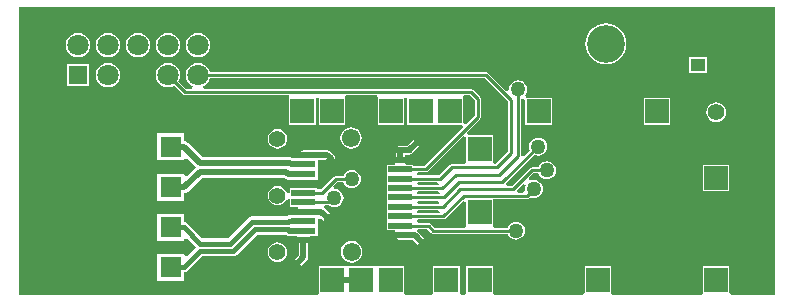
<source format=gtl>
G04 Layer_Physical_Order=1*
G04 Layer_Color=255*
%FSLAX24Y24*%
%MOIN*%
G70*
G01*
G75*
%ADD10R,0.0700X0.0700*%
%ADD11R,0.0800X0.1200*%
%ADD12R,0.0787X0.0197*%
%ADD13R,0.0512X0.0433*%
%ADD14C,0.0100*%
%ADD15C,0.0200*%
%ADD16C,0.0190*%
%ADD17C,0.0150*%
%ADD18C,0.0600*%
%ADD19O,0.0600X0.0800*%
%ADD20C,0.0551*%
%ADD21R,0.0787X0.0787*%
%ADD22C,0.0610*%
%ADD23C,0.0709*%
%ADD24R,0.0639X0.0639*%
%ADD25C,0.1260*%
%ADD26C,0.0300*%
%ADD27C,0.0500*%
G36*
X25319Y131D02*
X23885D01*
X23814Y196D01*
X23814Y230D01*
Y1084D01*
X22926D01*
Y230D01*
X22926Y196D01*
X22855Y131D01*
X19945D01*
X19874Y196D01*
X19874Y230D01*
Y1084D01*
X18986D01*
Y230D01*
X18986Y196D01*
X18915Y131D01*
X16005D01*
X15934Y196D01*
X15934Y230D01*
Y1084D01*
X15046D01*
Y230D01*
X15046Y196D01*
X14975Y131D01*
X14895D01*
X14824Y196D01*
X14824Y230D01*
Y1084D01*
X13936D01*
Y230D01*
X13936Y196D01*
X13865Y131D01*
X13045D01*
X12974Y196D01*
X12974Y230D01*
Y1084D01*
X12092D01*
X12086Y1084D01*
X11994D01*
X11988Y1084D01*
X11106D01*
Y1084D01*
X11014D01*
Y1084D01*
X10126D01*
Y230D01*
X10126Y196D01*
X10055Y131D01*
X131D01*
Y9719D01*
X25319D01*
Y131D01*
D02*
G37*
%LPC*%
G36*
X8750Y5658D02*
X8665Y5647D01*
X8586Y5614D01*
X8518Y5562D01*
X8466Y5494D01*
X8433Y5415D01*
X8422Y5330D01*
X8433Y5245D01*
X8466Y5166D01*
X8518Y5098D01*
X8586Y5046D01*
X8665Y5013D01*
X8750Y5002D01*
X8835Y5013D01*
X8914Y5046D01*
X8982Y5098D01*
X9034Y5166D01*
X9067Y5245D01*
X9078Y5330D01*
X9067Y5415D01*
X9034Y5494D01*
X8982Y5562D01*
X8914Y5614D01*
X8835Y5647D01*
X8750Y5658D01*
D02*
G37*
G36*
X11206Y5713D02*
X11113Y5701D01*
X11026Y5665D01*
X10952Y5608D01*
X10895Y5534D01*
X10860Y5447D01*
X10847Y5355D01*
X10860Y5262D01*
X10895Y5175D01*
X10952Y5101D01*
X11026Y5044D01*
X11113Y5009D01*
X11206Y4996D01*
X11298Y5009D01*
X11385Y5044D01*
X11459Y5101D01*
X11516Y5175D01*
X11551Y5262D01*
X11564Y5355D01*
X11551Y5447D01*
X11516Y5534D01*
X11459Y5608D01*
X11385Y5665D01*
X11298Y5701D01*
X11206Y5713D01*
D02*
G37*
G36*
X23371Y6549D02*
X23286Y6538D01*
X23207Y6505D01*
X23139Y6453D01*
X23086Y6385D01*
X23054Y6306D01*
X23042Y6221D01*
X23054Y6136D01*
X23086Y6057D01*
X23139Y5989D01*
X23207Y5936D01*
X23286Y5903D01*
X23371Y5892D01*
X23456Y5903D01*
X23535Y5936D01*
X23603Y5989D01*
X23655Y6057D01*
X23688Y6136D01*
X23699Y6221D01*
X23688Y6306D01*
X23655Y6385D01*
X23603Y6453D01*
X23535Y6505D01*
X23456Y6538D01*
X23371Y6549D01*
D02*
G37*
G36*
X21844Y6694D02*
X20956D01*
Y5806D01*
X21844D01*
Y6694D01*
D02*
G37*
G36*
X5640Y5510D02*
X4740D01*
Y4610D01*
X5640D01*
Y4651D01*
X5731Y4689D01*
X5968Y4451D01*
X6026Y4385D01*
X5968Y4319D01*
X5731Y4081D01*
X5640Y4119D01*
Y4160D01*
X4740D01*
Y3260D01*
X5640D01*
Y3511D01*
X5641D01*
X5717Y3526D01*
X5781Y3569D01*
X6253Y4041D01*
X8957D01*
X8975Y4023D01*
X9039Y3980D01*
X9115Y3965D01*
X9611D01*
X9613Y3965D01*
X10105D01*
Y4280D01*
Y4641D01*
X10353D01*
X10367Y4627D01*
Y4470D01*
X10379Y4411D01*
X10412Y4362D01*
X10461Y4329D01*
X10520Y4317D01*
X10579Y4329D01*
X10628Y4362D01*
X10661Y4411D01*
X10673Y4470D01*
Y4690D01*
X10661Y4749D01*
X10628Y4798D01*
X10525Y4902D01*
X10475Y4935D01*
X10416Y4946D01*
X9611D01*
X9553Y4935D01*
X9503Y4902D01*
X9470Y4852D01*
X9458Y4794D01*
X9462Y4776D01*
X9407Y4689D01*
X9390Y4677D01*
X9289D01*
X9235Y4714D01*
X9159Y4729D01*
X6253D01*
X5781Y5201D01*
X5717Y5244D01*
X5641Y5259D01*
X5640D01*
Y5510D01*
D02*
G37*
G36*
X8750Y1878D02*
X8665Y1867D01*
X8586Y1834D01*
X8518Y1782D01*
X8466Y1714D01*
X8433Y1635D01*
X8422Y1550D01*
X8433Y1465D01*
X8466Y1386D01*
X8518Y1318D01*
X8586Y1266D01*
X8665Y1233D01*
X8750Y1222D01*
X8835Y1233D01*
X8914Y1266D01*
X8982Y1318D01*
X9034Y1386D01*
X9067Y1465D01*
X9078Y1550D01*
X9067Y1635D01*
X9034Y1714D01*
X8982Y1782D01*
X8914Y1834D01*
X8835Y1867D01*
X8750Y1878D01*
D02*
G37*
G36*
X11225Y1923D02*
X11132Y1911D01*
X11046Y1875D01*
X10972Y1818D01*
X10915Y1744D01*
X10879Y1658D01*
X10867Y1565D01*
X10879Y1472D01*
X10915Y1386D01*
X10972Y1312D01*
X11046Y1255D01*
X11132Y1219D01*
X11225Y1207D01*
X11318Y1219D01*
X11404Y1255D01*
X11478Y1312D01*
X11535Y1386D01*
X11571Y1472D01*
X11583Y1565D01*
X11571Y1658D01*
X11535Y1744D01*
X11478Y1818D01*
X11404Y1875D01*
X11318Y1911D01*
X11225Y1923D01*
D02*
G37*
G36*
X11230Y4293D02*
X11152Y4282D01*
X11079Y4252D01*
X11016Y4204D01*
X10968Y4141D01*
X10948Y4092D01*
X10700D01*
X10661Y4084D01*
X10628Y4062D01*
X10208Y3642D01*
X10055D01*
Y3682D01*
X9167D01*
Y3518D01*
X9069Y3512D01*
X9067Y3525D01*
X9034Y3604D01*
X8982Y3672D01*
X8914Y3724D01*
X8835Y3757D01*
X8750Y3768D01*
X8665Y3757D01*
X8586Y3724D01*
X8518Y3672D01*
X8466Y3604D01*
X8433Y3525D01*
X8422Y3440D01*
X8433Y3355D01*
X8466Y3276D01*
X8518Y3208D01*
X8586Y3155D01*
X8665Y3123D01*
X8750Y3111D01*
X8835Y3123D01*
X8914Y3155D01*
X8982Y3208D01*
X9034Y3276D01*
X9044Y3299D01*
X9158Y3323D01*
X9167Y3314D01*
X9167Y3287D01*
Y3070D01*
X9427D01*
X9476Y2972D01*
X9470Y2962D01*
X9458Y2904D01*
X9462Y2886D01*
X9407Y2799D01*
X9390Y2787D01*
X9117D01*
Y2764D01*
X9067Y2754D01*
X9054Y2745D01*
X7901D01*
X7832Y2731D01*
X7774Y2693D01*
X7100Y2018D01*
X6235D01*
X5747Y2506D01*
X5689Y2545D01*
X5640Y2555D01*
Y2830D01*
X4740D01*
Y1930D01*
X5640D01*
Y1980D01*
X5731Y2018D01*
X6034Y1715D01*
X5731Y1412D01*
X5640Y1450D01*
Y1500D01*
X4740D01*
Y600D01*
X5640D01*
Y875D01*
X5689Y885D01*
X5747Y924D01*
X6235Y1412D01*
X7278D01*
X7346Y1425D01*
X7404Y1464D01*
X8078Y2138D01*
X9023D01*
X9067Y2109D01*
X9117Y2099D01*
Y2075D01*
X9390D01*
X9407Y2063D01*
X9462Y1977D01*
X9458Y1959D01*
Y1444D01*
X9182Y1168D01*
X9149Y1119D01*
X9137Y1060D01*
X9149Y1001D01*
X9182Y952D01*
X9231Y919D01*
X9290Y907D01*
X9349Y919D01*
X9398Y952D01*
X9719Y1273D01*
X9752Y1322D01*
X9764Y1381D01*
Y1959D01*
X9760Y1977D01*
X9815Y2063D01*
X9832Y2075D01*
X10105D01*
Y2390D01*
Y2657D01*
X10203Y2698D01*
X10432Y2469D01*
X10481Y2436D01*
X10540Y2425D01*
X10548D01*
X10606Y2436D01*
X10656Y2469D01*
X10689Y2519D01*
X10701Y2578D01*
X10689Y2636D01*
X10656Y2686D01*
X10633Y2701D01*
X10322Y3012D01*
X10312Y3018D01*
X10342Y3117D01*
X10474D01*
X10499Y3098D01*
X10572Y3068D01*
X10650Y3057D01*
X10728Y3068D01*
X10801Y3098D01*
X10864Y3146D01*
X10912Y3209D01*
X10942Y3282D01*
X10953Y3360D01*
X10942Y3438D01*
X10912Y3511D01*
X10864Y3574D01*
X10801Y3622D01*
X10728Y3652D01*
X10655Y3662D01*
X10644Y3678D01*
X10611Y3757D01*
X10742Y3888D01*
X10948D01*
X10968Y3839D01*
X11016Y3776D01*
X11079Y3728D01*
X11152Y3698D01*
X11230Y3687D01*
X11308Y3698D01*
X11381Y3728D01*
X11444Y3776D01*
X11492Y3839D01*
X11522Y3912D01*
X11533Y3990D01*
X11522Y4068D01*
X11492Y4141D01*
X11444Y4204D01*
X11381Y4252D01*
X11308Y4282D01*
X11230Y4293D01*
D02*
G37*
G36*
X23814Y4464D02*
X22926D01*
Y3576D01*
X23814D01*
Y4464D01*
D02*
G37*
G36*
X3100Y8858D02*
X2994Y8844D01*
X2896Y8803D01*
X2812Y8738D01*
X2747Y8654D01*
X2706Y8556D01*
X2692Y8450D01*
X2706Y8344D01*
X2747Y8246D01*
X2812Y8162D01*
X2896Y8097D01*
X2994Y8056D01*
X3100Y8042D01*
X3206Y8056D01*
X3304Y8097D01*
X3388Y8162D01*
X3453Y8246D01*
X3494Y8344D01*
X3508Y8450D01*
X3494Y8556D01*
X3453Y8654D01*
X3388Y8738D01*
X3304Y8803D01*
X3206Y8844D01*
X3100Y8858D01*
D02*
G37*
G36*
X2100D02*
X1994Y8844D01*
X1896Y8803D01*
X1812Y8738D01*
X1747Y8654D01*
X1706Y8556D01*
X1692Y8450D01*
X1706Y8344D01*
X1747Y8246D01*
X1812Y8162D01*
X1896Y8097D01*
X1994Y8056D01*
X2100Y8042D01*
X2206Y8056D01*
X2304Y8097D01*
X2388Y8162D01*
X2453Y8246D01*
X2494Y8344D01*
X2508Y8450D01*
X2494Y8556D01*
X2453Y8654D01*
X2388Y8738D01*
X2304Y8803D01*
X2206Y8844D01*
X2100Y8858D01*
D02*
G37*
G36*
X19700Y9183D02*
X19567Y9170D01*
X19439Y9131D01*
X19320Y9068D01*
X19217Y8983D01*
X19132Y8880D01*
X19069Y8761D01*
X19030Y8633D01*
X19017Y8500D01*
X19030Y8367D01*
X19069Y8239D01*
X19132Y8120D01*
X19217Y8017D01*
X19320Y7932D01*
X19439Y7869D01*
X19567Y7830D01*
X19700Y7817D01*
X19833Y7830D01*
X19961Y7869D01*
X20080Y7932D01*
X20183Y8017D01*
X20268Y8120D01*
X20331Y8239D01*
X20370Y8367D01*
X20383Y8500D01*
X20370Y8633D01*
X20331Y8761D01*
X20268Y8880D01*
X20183Y8983D01*
X20080Y9068D01*
X19961Y9131D01*
X19833Y9170D01*
X19700Y9183D01*
D02*
G37*
G36*
X6100Y8858D02*
X5994Y8844D01*
X5896Y8803D01*
X5812Y8738D01*
X5747Y8654D01*
X5706Y8556D01*
X5692Y8450D01*
X5706Y8344D01*
X5747Y8246D01*
X5812Y8162D01*
X5896Y8097D01*
X5994Y8056D01*
X6100Y8042D01*
X6206Y8056D01*
X6304Y8097D01*
X6388Y8162D01*
X6453Y8246D01*
X6494Y8344D01*
X6508Y8450D01*
X6494Y8556D01*
X6453Y8654D01*
X6388Y8738D01*
X6304Y8803D01*
X6206Y8844D01*
X6100Y8858D01*
D02*
G37*
G36*
X5100D02*
X4994Y8844D01*
X4896Y8803D01*
X4812Y8738D01*
X4747Y8654D01*
X4706Y8556D01*
X4692Y8450D01*
X4706Y8344D01*
X4747Y8246D01*
X4812Y8162D01*
X4896Y8097D01*
X4994Y8056D01*
X5100Y8042D01*
X5206Y8056D01*
X5304Y8097D01*
X5388Y8162D01*
X5453Y8246D01*
X5494Y8344D01*
X5508Y8450D01*
X5494Y8556D01*
X5453Y8654D01*
X5388Y8738D01*
X5304Y8803D01*
X5206Y8844D01*
X5100Y8858D01*
D02*
G37*
G36*
X4100D02*
X3994Y8844D01*
X3896Y8803D01*
X3812Y8738D01*
X3747Y8654D01*
X3706Y8556D01*
X3692Y8450D01*
X3706Y8344D01*
X3747Y8246D01*
X3812Y8162D01*
X3896Y8097D01*
X3994Y8056D01*
X4100Y8042D01*
X4206Y8056D01*
X4304Y8097D01*
X4388Y8162D01*
X4453Y8246D01*
X4494Y8344D01*
X4508Y8450D01*
X4494Y8556D01*
X4453Y8654D01*
X4388Y8738D01*
X4304Y8803D01*
X4206Y8844D01*
X4100Y8858D01*
D02*
G37*
G36*
X23076Y8063D02*
X22464D01*
Y7529D01*
X23076D01*
Y8063D01*
D02*
G37*
G36*
X2470Y7820D02*
X1730D01*
Y7080D01*
X2470D01*
Y7820D01*
D02*
G37*
G36*
X3100Y7858D02*
X2994Y7844D01*
X2896Y7803D01*
X2812Y7738D01*
X2747Y7654D01*
X2706Y7556D01*
X2692Y7450D01*
X2706Y7344D01*
X2747Y7246D01*
X2812Y7162D01*
X2896Y7097D01*
X2994Y7056D01*
X3100Y7042D01*
X3206Y7056D01*
X3304Y7097D01*
X3388Y7162D01*
X3453Y7246D01*
X3494Y7344D01*
X3508Y7450D01*
X3494Y7556D01*
X3453Y7654D01*
X3388Y7738D01*
X3304Y7803D01*
X3206Y7844D01*
X3100Y7858D01*
D02*
G37*
G36*
X6100D02*
X5994Y7844D01*
X5896Y7803D01*
X5812Y7738D01*
X5747Y7654D01*
X5706Y7556D01*
X5692Y7450D01*
X5706Y7344D01*
X5747Y7246D01*
X5812Y7162D01*
X5896Y7097D01*
X5918Y7088D01*
X5898Y6989D01*
X5705D01*
X5451Y7243D01*
X5453Y7246D01*
X5494Y7344D01*
X5508Y7450D01*
X5494Y7556D01*
X5453Y7654D01*
X5388Y7738D01*
X5304Y7803D01*
X5206Y7844D01*
X5100Y7858D01*
X4994Y7844D01*
X4896Y7803D01*
X4812Y7738D01*
X4747Y7654D01*
X4706Y7556D01*
X4692Y7450D01*
X4706Y7344D01*
X4747Y7246D01*
X4812Y7162D01*
X4896Y7097D01*
X4994Y7056D01*
X5100Y7042D01*
X5206Y7056D01*
X5304Y7097D01*
X5307Y7099D01*
X5591Y6815D01*
X5624Y6793D01*
X5663Y6785D01*
X9120D01*
X9136Y6694D01*
X9136Y6687D01*
Y5806D01*
X10024D01*
Y6687D01*
X10024Y6694D01*
X10025Y6701D01*
X10125D01*
X10126Y6694D01*
X10126Y6687D01*
Y5806D01*
X11014D01*
Y6687D01*
X11014Y6694D01*
X11030Y6785D01*
X12070D01*
X12086Y6694D01*
X12086Y6687D01*
Y5806D01*
X12974D01*
Y6687D01*
X12974Y6694D01*
X12975Y6701D01*
X13075D01*
X13076Y6694D01*
X13076Y6687D01*
Y5806D01*
X13962D01*
X13964Y5806D01*
X14061D01*
X14062Y5806D01*
X14872D01*
X14893Y5806D01*
X14906Y5775D01*
X14934Y5708D01*
X13649Y4423D01*
X13283D01*
Y4470D01*
X13024D01*
X12974Y4568D01*
X12981Y4578D01*
X12992Y4636D01*
Y4798D01*
X13141D01*
X13200Y4810D01*
X13249Y4843D01*
X13638Y5232D01*
X13671Y5281D01*
X13683Y5340D01*
X13671Y5399D01*
X13638Y5448D01*
X13589Y5481D01*
X13530Y5493D01*
X13471Y5481D01*
X13422Y5448D01*
X13078Y5104D01*
X12839D01*
X12781Y5092D01*
X12731Y5059D01*
X12698Y5010D01*
X12686Y4951D01*
X12686Y4951D01*
Y4636D01*
X12698Y4578D01*
X12704Y4568D01*
X12655Y4470D01*
X12396D01*
Y4253D01*
X12396Y4155D01*
X12396Y4074D01*
X12396Y3858D01*
X12396Y3759D01*
X12396Y3543D01*
X12396Y3444D01*
X12396Y3228D01*
X12396Y3129D01*
X12396Y2913D01*
X12396Y2814D01*
X12396Y2598D01*
X12396Y2499D01*
Y2283D01*
X12655D01*
X12704Y2184D01*
X12698Y2175D01*
X12686Y2116D01*
X12698Y2058D01*
X12731Y2008D01*
X12738Y2002D01*
X12787Y1969D01*
X12846Y1957D01*
X13257D01*
X13562Y1652D01*
X13611Y1619D01*
X13670Y1607D01*
X13729Y1619D01*
X13778Y1652D01*
X13811Y1701D01*
X13823Y1760D01*
X13811Y1819D01*
X13778Y1868D01*
X13428Y2218D01*
X13409Y2231D01*
X13439Y2329D01*
X13746D01*
X13878Y2198D01*
X13911Y2176D01*
X13950Y2168D01*
X16418D01*
X16438Y2119D01*
X16486Y2056D01*
X16549Y2008D01*
X16622Y1978D01*
X16700Y1967D01*
X16778Y1978D01*
X16851Y2008D01*
X16914Y2056D01*
X16962Y2119D01*
X16992Y2192D01*
X17003Y2270D01*
X16992Y2348D01*
X16962Y2421D01*
X16914Y2484D01*
X16851Y2532D01*
X16778Y2562D01*
X16700Y2573D01*
X16622Y2562D01*
X16549Y2532D01*
X16486Y2484D01*
X16438Y2421D01*
X16418Y2372D01*
X16005D01*
X15934Y2436D01*
X15934Y2470D01*
Y3230D01*
X15934Y3324D01*
X16030Y3328D01*
X17070D01*
X17109Y3336D01*
X17142Y3358D01*
X17172Y3388D01*
X17222Y3368D01*
X17300Y3357D01*
X17378Y3368D01*
X17451Y3398D01*
X17514Y3446D01*
X17562Y3509D01*
X17592Y3582D01*
X17603Y3660D01*
X17592Y3738D01*
X17562Y3811D01*
X17514Y3874D01*
X17451Y3922D01*
X17378Y3952D01*
X17300Y3963D01*
X17222Y3952D01*
X17177Y3934D01*
X17122Y4017D01*
X17282Y4178D01*
X17448D01*
X17468Y4129D01*
X17516Y4066D01*
X17579Y4018D01*
X17652Y3988D01*
X17730Y3977D01*
X17808Y3988D01*
X17881Y4018D01*
X17944Y4066D01*
X17992Y4129D01*
X18022Y4202D01*
X18033Y4280D01*
X18022Y4358D01*
X17992Y4431D01*
X17944Y4494D01*
X17881Y4542D01*
X17808Y4572D01*
X17730Y4583D01*
X17652Y4572D01*
X17579Y4542D01*
X17516Y4494D01*
X17468Y4431D01*
X17448Y4382D01*
X17240D01*
X17201Y4374D01*
X17168Y4352D01*
X16568Y3752D01*
X16405D01*
X16365Y3850D01*
X17312Y4798D01*
X17362Y4778D01*
X17440Y4767D01*
X17518Y4778D01*
X17591Y4808D01*
X17654Y4856D01*
X17702Y4919D01*
X17732Y4992D01*
X17743Y5070D01*
X17732Y5148D01*
X17702Y5221D01*
X17654Y5284D01*
X17591Y5332D01*
X17518Y5362D01*
X17440Y5373D01*
X17362Y5362D01*
X17289Y5332D01*
X17226Y5284D01*
X17178Y5221D01*
X17148Y5148D01*
X17137Y5070D01*
X17148Y4992D01*
X17168Y4942D01*
X16966Y4741D01*
X16909Y4759D01*
X16872Y4785D01*
Y6649D01*
X16921Y6674D01*
X17016Y6613D01*
X17016Y5806D01*
X17904D01*
Y6694D01*
X17107D01*
X17061Y6694D01*
X17046Y6695D01*
X17033Y6710D01*
X16998Y6785D01*
X17032Y6829D01*
X17062Y6902D01*
X17073Y6980D01*
X17062Y7058D01*
X17032Y7131D01*
X16984Y7194D01*
X16921Y7242D01*
X16848Y7272D01*
X16770Y7283D01*
X16692Y7272D01*
X16619Y7242D01*
X16556Y7194D01*
X16508Y7131D01*
X16478Y7058D01*
X16467Y6980D01*
X16470Y6964D01*
X16376Y6918D01*
X15772Y7522D01*
X15739Y7544D01*
X15700Y7552D01*
X6494D01*
X6494Y7556D01*
X6453Y7654D01*
X6388Y7738D01*
X6304Y7803D01*
X6206Y7844D01*
X6100Y7858D01*
D02*
G37*
%LPD*%
G36*
X14154Y2861D02*
X14145Y2848D01*
X13423D01*
X13391Y2904D01*
X13422Y2958D01*
X13424Y2959D01*
X14101D01*
X14154Y2861D01*
D02*
G37*
G36*
X15046Y3233D02*
Y2470D01*
X15046Y2436D01*
X14975Y2372D01*
X13992D01*
X13861Y2503D01*
X13828Y2526D01*
X13789Y2533D01*
X13423D01*
X13391Y2589D01*
X13422Y2643D01*
X13424Y2644D01*
X14276D01*
X14315Y2652D01*
X14348Y2674D01*
X14948Y3274D01*
X15046Y3233D01*
D02*
G37*
G36*
X15318Y6628D02*
Y6092D01*
X15046Y5821D01*
X14948Y5861D01*
X14948Y5880D01*
X14948Y5880D01*
X14948Y5882D01*
Y6687D01*
X14948Y6694D01*
X14964Y6785D01*
X15160D01*
X15318Y6628D01*
D02*
G37*
G36*
X14139Y3176D02*
X14130Y3163D01*
X13423D01*
X13391Y3219D01*
X13422Y3273D01*
X13424Y3274D01*
X14086D01*
X14139Y3176D01*
D02*
G37*
G36*
X15046Y5393D02*
Y4600D01*
X15046Y4556D01*
X14970Y4502D01*
X14560D01*
X14521Y4494D01*
X14488Y4472D01*
X14124Y4108D01*
X13423D01*
X13391Y4164D01*
X13422Y4218D01*
X13424Y4219D01*
X13691D01*
X13730Y4227D01*
X13763Y4249D01*
X14948Y5434D01*
X15046Y5393D01*
D02*
G37*
G36*
X16428Y6578D02*
Y4912D01*
X16018Y4502D01*
X16010D01*
X15934Y4556D01*
X15934Y4600D01*
Y5444D01*
X15097D01*
X15056Y5542D01*
X15492Y5978D01*
X15514Y6011D01*
X15522Y6050D01*
Y6670D01*
X15514Y6709D01*
X15492Y6742D01*
X15275Y6959D01*
X15242Y6982D01*
X15203Y6989D01*
X6302D01*
X6282Y7088D01*
X6304Y7097D01*
X6388Y7162D01*
X6453Y7246D01*
X6494Y7344D01*
X6494Y7348D01*
X15658D01*
X16428Y6578D01*
D02*
G37*
G36*
X14128Y3806D02*
X14120Y3793D01*
X13423D01*
X13391Y3849D01*
X13422Y3903D01*
X13424Y3904D01*
X14072D01*
X14128Y3806D01*
D02*
G37*
G36*
X14174Y3491D02*
X14170Y3483D01*
X14161Y3478D01*
X13424D01*
X13422Y3479D01*
X13391Y3534D01*
X13423Y3589D01*
X14117D01*
X14174Y3491D01*
D02*
G37*
G36*
X17026Y3783D02*
X17008Y3738D01*
X16997Y3660D01*
X17001Y3630D01*
X16938Y3541D01*
X16922Y3532D01*
X16775D01*
X16735Y3630D01*
X16943Y3838D01*
X17026Y3783D01*
D02*
G37*
D10*
X5190Y5060D02*
D03*
Y3710D02*
D03*
Y2380D02*
D03*
Y1050D02*
D03*
D11*
X3790Y5060D02*
D03*
Y3710D02*
D03*
Y2380D02*
D03*
Y1050D02*
D03*
D12*
X12839Y4951D02*
D03*
X12839Y4636D02*
D03*
Y4321D02*
D03*
X12839Y4006D02*
D03*
Y3691D02*
D03*
Y3376D02*
D03*
Y3061D02*
D03*
Y2746D02*
D03*
Y2431D02*
D03*
Y2116D02*
D03*
X9611Y1959D02*
D03*
Y2274D02*
D03*
Y2589D02*
D03*
Y2904D02*
D03*
Y3219D02*
D03*
Y3534D02*
D03*
Y3849D02*
D03*
X9611Y4164D02*
D03*
Y4479D02*
D03*
X9611Y4794D02*
D03*
D13*
X22770Y7796D02*
D03*
Y8544D02*
D03*
D14*
X15420Y6050D02*
Y6670D01*
X13691Y4321D02*
X15420Y6050D01*
X12839Y4321D02*
X13691D01*
X16610Y3650D02*
X17240Y4280D01*
X14850Y3650D02*
X16610D01*
X14261Y3061D02*
X14850Y3650D01*
X16250Y3880D02*
X17440Y5070D01*
X14790Y3880D02*
X16250D01*
X14286Y3376D02*
X14790Y3880D01*
X16140Y4140D02*
X16770Y4770D01*
X14690Y4140D02*
X16140D01*
X14241Y3691D02*
X14690Y4140D01*
X16060Y4400D02*
X16530Y4870D01*
X14560Y4400D02*
X16060D01*
X14166Y4006D02*
X14560Y4400D01*
X12839Y4006D02*
X14166D01*
X16530Y4870D02*
Y6620D01*
X15700Y7450D02*
X16530Y6620D01*
X6100Y7450D02*
X15700D01*
X12839Y3691D02*
X14241D01*
X16770Y4770D02*
Y6980D01*
X12839Y3376D02*
X14286D01*
X12839Y3061D02*
X14261D01*
X17240Y4280D02*
X17730D01*
X17070Y3430D02*
X17300Y3660D01*
X14960Y3430D02*
X17070D01*
X14276Y2746D02*
X14960Y3430D01*
X12839Y2746D02*
X14276D01*
X12839Y2431D02*
X13789D01*
X13950Y2270D01*
X16700D01*
X10250Y3540D02*
X10700Y3990D01*
X11230D01*
X9611Y3219D02*
X10509D01*
X9617Y3540D02*
X10250D01*
X9611Y3534D02*
X9617Y3540D01*
X5100Y7450D02*
X5663Y6887D01*
X15203D01*
X15420Y6670D01*
D15*
X9290Y1060D02*
X9611Y1381D01*
Y1959D01*
X10540Y2578D02*
X10548D01*
X10214Y2904D02*
X10540Y2578D01*
X9611Y2904D02*
X10214D01*
X10520Y4470D02*
Y4690D01*
X10416Y4794D02*
X10520Y4690D01*
X9611Y4794D02*
X10416D01*
X13320Y2110D02*
X13670Y1760D01*
X12846Y2110D02*
X13320D01*
X12839Y2116D02*
X12846Y2110D01*
X12839Y4951D02*
X12839Y4951D01*
Y4636D02*
Y4951D01*
X13141Y4951D02*
X13530Y5340D01*
X12839Y4951D02*
X13141D01*
X10570Y640D02*
X11550D01*
D16*
X5190Y3710D02*
X5641D01*
X6171Y4240D01*
X5190Y5060D02*
X5641D01*
X6171Y4530D01*
Y4240D02*
X9039D01*
X9115Y4164D01*
X9611D01*
X6171Y4530D02*
X9159D01*
X9210Y4479D01*
X9611D01*
D17*
X5190Y1050D02*
X5621D01*
X6161Y1590D01*
X5190Y2380D02*
X5621D01*
X6161Y1840D01*
X7174D01*
X7901Y2567D01*
X9113D01*
X6161Y1590D02*
X7278D01*
X8004Y2317D01*
X9113Y2567D02*
X9135Y2589D01*
X9611D01*
X8004Y2317D02*
X9092D01*
X9135Y2274D01*
X9611D01*
D18*
X2630Y480D02*
D03*
Y5710D02*
D03*
D19*
Y1720D02*
D03*
Y3040D02*
D03*
Y4380D02*
D03*
D20*
X8750Y1550D02*
D03*
X23371Y6221D02*
D03*
X8750Y5330D02*
D03*
Y3440D02*
D03*
D21*
X14504Y6250D02*
D03*
X11550Y640D02*
D03*
X15490D02*
D03*
X19430D02*
D03*
X12530D02*
D03*
X14380D02*
D03*
X23370D02*
D03*
X15490Y2880D02*
D03*
Y5000D02*
D03*
X17460Y6250D02*
D03*
X21400D02*
D03*
X23370Y4020D02*
D03*
X13520Y6250D02*
D03*
X12530D02*
D03*
X10570D02*
D03*
X9580D02*
D03*
X10570Y640D02*
D03*
D22*
X11225Y1565D02*
D03*
X11206Y5355D02*
D03*
D23*
X2100Y8450D02*
D03*
X3100D02*
D03*
X4100D02*
D03*
X5100D02*
D03*
X6100D02*
D03*
Y7450D02*
D03*
X5100D02*
D03*
X4100D02*
D03*
X3100D02*
D03*
D24*
X2100D02*
D03*
D25*
X19700Y8500D02*
D03*
D26*
X8050Y332D02*
D03*
X7253Y352D02*
D03*
X6475Y332D02*
D03*
X13404Y480D02*
D03*
X17312Y470D02*
D03*
X21554D02*
D03*
X24891Y529D02*
D03*
Y3895D02*
D03*
X24969Y7507D02*
D03*
X25028Y9476D02*
D03*
X471Y9446D02*
D03*
X1928Y401D02*
D03*
X363D02*
D03*
X353Y1661D02*
D03*
X363Y3019D02*
D03*
X353Y4378D02*
D03*
X383Y5775D02*
D03*
X7824Y5824D02*
D03*
X7135Y5834D02*
D03*
X6465Y5805D02*
D03*
X7017Y3059D02*
D03*
X6475Y3078D02*
D03*
X8139Y3049D02*
D03*
X7706Y3009D02*
D03*
X7341Y2744D02*
D03*
X7017Y2429D02*
D03*
X6593Y2330D02*
D03*
X6170Y2468D02*
D03*
X5835Y2754D02*
D03*
X8316Y1809D02*
D03*
X7961Y1582D02*
D03*
X7656Y1277D02*
D03*
X7263Y1080D02*
D03*
X6830Y1090D02*
D03*
X6396Y1070D02*
D03*
X6042Y815D02*
D03*
X5786Y480D02*
D03*
X5373Y362D02*
D03*
X4940D02*
D03*
X4517Y500D02*
D03*
X4477Y913D02*
D03*
X4487Y1366D02*
D03*
X4517Y2567D02*
D03*
X4526Y2133D02*
D03*
X4674Y1720D02*
D03*
X5107Y1730D02*
D03*
X5530D02*
D03*
X4536Y5214D02*
D03*
X4546Y4781D02*
D03*
X4526Y3600D02*
D03*
X4536Y4033D02*
D03*
X4684Y3049D02*
D03*
X5097Y3059D02*
D03*
X5511Y3068D02*
D03*
X5875Y3275D02*
D03*
X6150Y3590D02*
D03*
X6524Y3757D02*
D03*
X6948D02*
D03*
X7361D02*
D03*
X7784D02*
D03*
X8198D02*
D03*
X5432Y4397D02*
D03*
X4989Y4407D02*
D03*
X4536D02*
D03*
X4782Y5716D02*
D03*
X5255D02*
D03*
X5717Y5706D02*
D03*
X6003Y5322D02*
D03*
X6347Y5027D02*
D03*
X6810D02*
D03*
X7272D02*
D03*
X7735D02*
D03*
X8188D02*
D03*
X20894Y9486D02*
D03*
D27*
X9290Y1060D02*
D03*
X10548Y2578D02*
D03*
X10520Y4470D02*
D03*
X13670Y1760D02*
D03*
X13530Y5340D02*
D03*
X16770Y6980D02*
D03*
X17440Y5070D02*
D03*
X17730Y4280D02*
D03*
X17300Y3660D02*
D03*
X16700Y2270D02*
D03*
X11230Y3990D02*
D03*
X10650Y3360D02*
D03*
M02*

</source>
